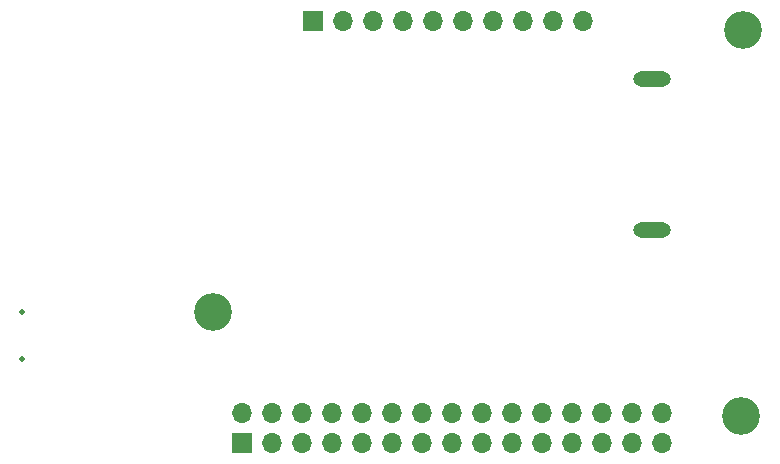
<source format=gbr>
%TF.GenerationSoftware,KiCad,Pcbnew,(6.0.2)*%
%TF.CreationDate,2022-03-17T20:21:47-04:00*%
%TF.ProjectId,sparkboxBreakout,73706172-6b62-46f7-9842-7265616b6f75,rev?*%
%TF.SameCoordinates,Original*%
%TF.FileFunction,Soldermask,Bot*%
%TF.FilePolarity,Negative*%
%FSLAX46Y46*%
G04 Gerber Fmt 4.6, Leading zero omitted, Abs format (unit mm)*
G04 Created by KiCad (PCBNEW (6.0.2)) date 2022-03-17 20:21:47*
%MOMM*%
%LPD*%
G01*
G04 APERTURE LIST*
%ADD10C,3.200000*%
%ADD11R,1.700000X1.700000*%
%ADD12O,1.700000X1.700000*%
%ADD13O,3.200000X1.300000*%
%ADD14C,0.500000*%
G04 APERTURE END LIST*
D10*
%TO.C,*%
X111650000Y-105775000D03*
%TD*%
%TO.C,*%
X156500000Y-81900000D03*
%TD*%
%TO.C,*%
X156375000Y-114600000D03*
%TD*%
D11*
%TO.C,J4*%
X114100000Y-116850000D03*
D12*
X114100000Y-114310000D03*
X116640000Y-116850000D03*
X116640000Y-114310000D03*
X119180000Y-116850000D03*
X119180000Y-114310000D03*
X121720000Y-116850000D03*
X121720000Y-114310000D03*
X124260000Y-116850000D03*
X124260000Y-114310000D03*
X126800000Y-116850000D03*
X126800000Y-114310000D03*
X129340000Y-116850000D03*
X129340000Y-114310000D03*
X131880000Y-116850000D03*
X131880000Y-114310000D03*
X134420000Y-116850000D03*
X134420000Y-114310000D03*
X136960000Y-116850000D03*
X136960000Y-114310000D03*
X139500000Y-116850000D03*
X139500000Y-114310000D03*
X142040000Y-116850000D03*
X142040000Y-114310000D03*
X144580000Y-116850000D03*
X144580000Y-114310000D03*
X147120000Y-116850000D03*
X147120000Y-114310000D03*
X149660000Y-116850000D03*
X149660000Y-114310000D03*
%TD*%
D11*
%TO.C,J3*%
X120075000Y-81100000D03*
D12*
X122615000Y-81100000D03*
X125155000Y-81100000D03*
X127695000Y-81100000D03*
X130235000Y-81100000D03*
X132775000Y-81100000D03*
X135315000Y-81100000D03*
X137855000Y-81100000D03*
X140395000Y-81100000D03*
X142935000Y-81100000D03*
%TD*%
D13*
%TO.C,J2*%
X148775000Y-98825000D03*
X148775000Y-86025000D03*
%TD*%
D14*
%TO.C,J1*%
X95425000Y-109750000D03*
X95425000Y-105750000D03*
%TD*%
M02*

</source>
